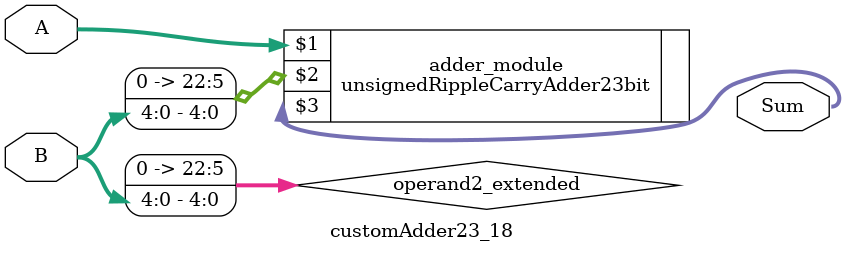
<source format=v>

module customAdder23_18(
                    input [22 : 0] A,
                    input [4 : 0] B,
                    
                    output [23 : 0] Sum
            );

    wire [22 : 0] operand2_extended;
    
    assign operand2_extended =  {18'b0, B};
    
    unsignedRippleCarryAdder23bit adder_module(
        A,
        operand2_extended,
        Sum
    );
    
endmodule
        
</source>
